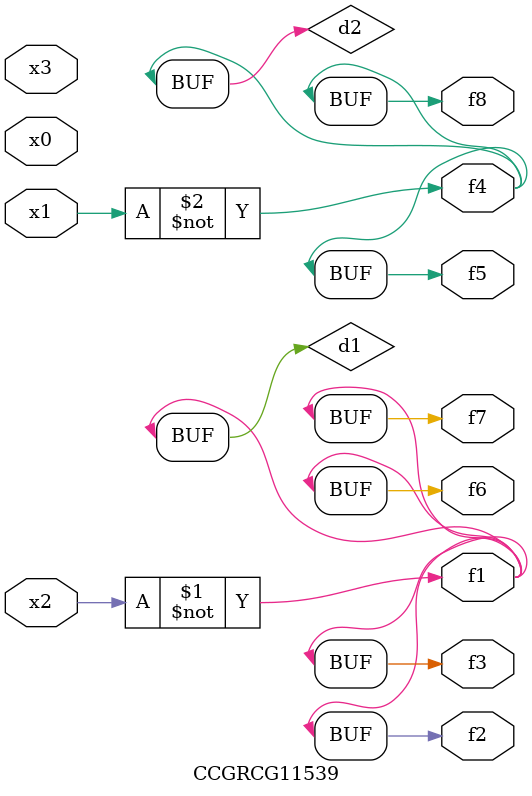
<source format=v>
module CCGRCG11539(
	input x0, x1, x2, x3,
	output f1, f2, f3, f4, f5, f6, f7, f8
);

	wire d1, d2;

	xnor (d1, x2);
	not (d2, x1);
	assign f1 = d1;
	assign f2 = d1;
	assign f3 = d1;
	assign f4 = d2;
	assign f5 = d2;
	assign f6 = d1;
	assign f7 = d1;
	assign f8 = d2;
endmodule

</source>
